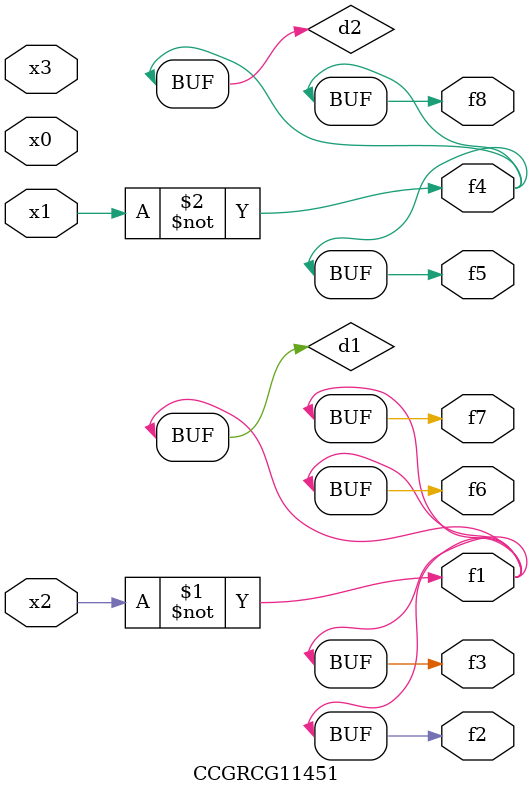
<source format=v>
module CCGRCG11451(
	input x0, x1, x2, x3,
	output f1, f2, f3, f4, f5, f6, f7, f8
);

	wire d1, d2;

	xnor (d1, x2);
	not (d2, x1);
	assign f1 = d1;
	assign f2 = d1;
	assign f3 = d1;
	assign f4 = d2;
	assign f5 = d2;
	assign f6 = d1;
	assign f7 = d1;
	assign f8 = d2;
endmodule

</source>
